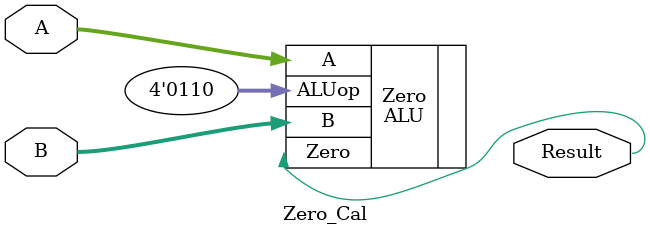
<source format=v>
/*
  ------------------------------------------------------------------------------
  --------------------------------------------------------------------------------
  Copyright (c) 2016, Loongson Technology Corporation Limited.

  All rights reserved.

  Redistribution and use in source and binary forms, with or without modification,
  are permitted provided that the following conditions are met:

  1. Redistributions of source code must retain the above copyright notice, this
  list of conditions and the following disclaimer.

  2. Redistributions in binary form must reproduce the above copyright notice,
  this list of conditions and the following disclaimer in the documentation and/or
  other materials provided with the distribution.

  3. Neither the name of Loongson Technology Corporation Limited nor the names of
  its contributors may be used to endorse or promote products derived from this
  software without specific prior written permission.

  THIS SOFTWARE IS PROVIDED BY THE COPYRIGHT HOLDERS AND CONTRIBUTORS "AS IS" AND
  ANY EXPRESS OR IMPLIED WARRANTIES, INCLUDING, BUT NOT LIMITED TO, THE IMPLIED
  WARRANTIES OF MERCHANTABILITY AND FITNESS FOR A PARTICULAR PURPOSE ARE
  DISCLAIMED. IN NO EVENT SHALL LOONGSON TECHNOLOGY CORPORATION LIMITED BE LIABLE
  TO ANY PARTY FOR DIRECT, INDIRECT, INCIDENTAL, SPECIAL, EXEMPLARY, OR
  CONSEQUENTIAL DAMAGES (INCLUDING, BUT NOT LIMITED TO, PROCUREMENT OF SUBSTITUTE
  GOODS OR SERVICES; LOSS OF USE, DATA, OR PROFITS; OR BUSINESS INTERRUPTION)
  HOWEVER CAUSED AND ON ANY THEORY OF LIABILITY, WHETHER IN CONTRACT, STRICT
  LIABILITY, OR TORT (INCLUDING NEGLIGENCE OR OTHERWISE) ARISING IN ANY WAY OUT OF
  THE USE OF THIS SOFTWARE, EVEN IF ADVISED OF THE POSSIBILITY OF SUCH DAMAGE.
  --------------------------------------------------------------------------------
  --------------------------------------------------------------------------------
 */

module decode_stage(
    input  wire                     clk,
    input  wire                     rst,
    // data passing from IF stage
    input  wire [31:0]       Inst_IF_ID,
    input  wire [31:0]         PC_IF_ID,
    input  wire [31:0]   PC_add_4_IF_ID,
    // interaction with the Register files
    output wire [ 4:0]     RegRaddr1_ID,
    output wire [ 4:0]     RegRaddr2_ID,
    input  wire [31:0]     RegRdata1_ID,
    input  wire [31:0]     RegRdata2_ID,
    // control signals passing to
    // PC caculate module
    input  wire [31:0]     ALUResult_EXE,
    input  wire [31:0]     ALUResult_MEM,
    input  wire [31:0]       RegWdata_WB,
    // regdata passed back
    input  wire [ 1:0]     RegRdata1_src,
    input  wire [ 1:0]     RegRdata2_src,
    input  wire             ID_EXE_Stall,
    // control signals from bypass module
    output wire                    JSrc,
    output wire [ 1:0]            PCSrc,
    // data passing to PC calculate module
    output wire [31:0]      J_target_ID,
    output wire [31:0]     JR_target_ID,
    output wire [31:0]     Br_target_ID,
    // control signals passing to EXE stage
    output reg  [ 1:0]   ALUSrcA_ID_EXE,
    output reg  [ 1:0]   ALUSrcB_ID_EXE,
    output reg  [ 3:0]     ALUop_ID_EXE,
    output reg  [ 3:0]  RegWrite_ID_EXE,
    output reg  [ 3:0]  MemWrite_ID_EXE,
    output reg             MemEn_ID_EXE,
    output reg          MemToReg_ID_EXE,
    // data transfering to EXE stage
    output reg  [ 4:0]  RegWaddr_ID_EXE,
    output reg  [31:0]  PC_add_4_ID_EXE,
    output reg  [31:0]        PC_ID_EXE,
    output reg  [31:0] RegRdata1_ID_EXE,
    output reg  [31:0] RegRdata2_ID_EXE,
    output reg  [31:0]        Sa_ID_EXE,
    output reg  [31:0] SgnExtend_ID_EXE,
    output reg  [31:0]   ZExtend_ID_EXE,

    output wire           is_rs_read_ID,
    output wire           is_rt_read_ID
  );

// `ifndef SIMU_DEBUG
// reg  [31:0] de_inst;        //instr code @decode stage
// `endif
    wire                 Zero_ID;
    wire             MemToReg_ID;
    wire                 JSrc_ID;
    wire [ 1:0]         MemEn_ID;
    wire [ 1:0]       ALUSrcA_ID;
    wire [ 1:0]       ALUSrcB_ID;
    wire [ 1:0]        RegDst_ID;
    wire [ 1:0]         PCSrc_ID;
    wire [ 3:0]         ALUop_ID;
    wire [ 3:0]      MemWrite_ID;
    wire [ 3:0]      RegWrite_ID;
    wire [31:0]     SgnExtend_ID;
    wire [31:0]       ZExtend_ID;
    wire [31:0] SgnExtend_LF2_ID;
    wire [31:0]      PC_add_4_ID;
    wire [31:0]            Sa_ID;
    wire [31:0]            PC_ID;
    wire [ 4:0]      RegWaddr_ID;

    // Bypassed regdata
    wire [31:0]  RegRdata1_Final_ID;
    wire [31:0]  RegRdata2_Final_ID;

    // temp, intend to remember easily
    wire [ 4:0]       rs,rt,rd,sa;
    assign rs = Inst_IF_ID[25:21];
    assign rt = Inst_IF_ID[20:16];
    assign rd = Inst_IF_ID[15:11];
    assign sa = Inst_IF_ID[10: 6];

    // interaction with Register files
    // tell read address to Register files
    assign RegRaddr1_ID = Inst_IF_ID[25:21];
    assign RegRaddr2_ID = Inst_IF_ID[20:16];

    // datapath
    assign SgnExtend_ID     = {{16{Inst_IF_ID[15]}},Inst_IF_ID[15:0]};
    assign   ZExtend_ID     = {{16'd0},Inst_IF_ID[15:0]};
    assign Sa_ID            = {{27{1'b0}}, Inst_IF_ID[10: 6]};
    assign SgnExtend_LF2_ID = SgnExtend_ID << 2;

    // signals passing to PC calculate module
    assign JSrc  =  JSrc_ID;
    assign PCSrc = PCSrc_ID;

    // data passing to PC calculate module
    assign  PC_add_4_ID = PC_add_4_IF_ID;
    assign  J_target_ID = {{PC_IF_ID[31:28]},{Inst_IF_ID[25:0]},{2'b00}};
    assign JR_target_ID =   RegRdata1_Final_ID;
    assign        PC_ID =       PC_add_4_IF_ID;

    Adder Branch_addr_Adder(
        .A         (      PC_add_4_ID),
        .B         ( SgnExtend_LF2_ID),
        .Result    (     Br_target_ID)
    );

    always @(posedge clk) begin
        if (~ID_EXE_Stall) begin
            // control signals passing to EXE stage
               MemEn_ID_EXE <=             MemEn_ID;
            MemToReg_ID_EXE <=          MemToReg_ID;
               ALUop_ID_EXE <=             ALUop_ID;
            RegWrite_ID_EXE <=          RegWrite_ID;
            MemWrite_ID_EXE <=          MemWrite_ID;
             ALUSrcA_ID_EXE <=           ALUSrcA_ID;
             ALUSrcB_ID_EXE <=           ALUSrcB_ID;
            RegWaddr_ID_EXE <=          RegWaddr_ID;
                  Sa_ID_EXE <=                Sa_ID;
                  PC_ID_EXE <=             PC_IF_ID;
            PC_add_4_ID_EXE <=       PC_add_4_IF_ID;
           RegRdata1_ID_EXE <=   RegRdata1_Final_ID;
           RegRdata2_ID_EXE <=   RegRdata2_Final_ID;
           SgnExtend_ID_EXE <=         SgnExtend_ID;
             ZExtend_ID_EXE <=           ZExtend_ID;
        end
        else begin
          {MemEn_ID_EXE, MemToReg_ID_EXE, ALUop_ID_EXE, RegWrite_ID_EXE,
           MemWrite_ID_EXE, ALUSrcA_ID_EXE, ALUSrcB_ID_EXE,RegWaddr_ID_EXE,
           Sa_ID_EXE, PC_ID_EXE, PC_add_4_ID_EXE, RegRdata1_ID_EXE,
           RegRdata2_ID_EXE, SgnExtend_ID_EXE, ZExtend_ID_EXE} <= 'd0;
        end
    end

    Zero_Cal Branch_Determination(
        .A         (     RegRdata1_Final_ID),
        .B         (     RegRdata2_Final_ID),
        .Result    (                Zero_ID)
    );
    Control_Unit Control(
        .rst       (              rst),
        .zero      (          Zero_ID),
        .op        (Inst_IF_ID[31:26]),
        .func      (Inst_IF_ID[ 5: 0]),
        .MemEn     (         MemEn_ID),
        .JSrc      (          JSrc_ID),
        .MemToReg  (      MemToReg_ID),
        .ALUop     (         ALUop_ID),
        .PCSrc     (         PCSrc_ID),
        .RegDst    (        RegDst_ID),
        .RegWrite  (      RegWrite_ID),
        .MemWrite  (      MemWrite_ID),
        .ALUSrcA   (       ALUSrcA_ID),
        .ALUSrcB   (       ALUSrcB_ID),
        .is_rs_read(    is_rs_read_ID),
        .is_rt_read(    is_rt_read_ID)
    );
    MUX_4_32 RegRdata1_MUX(
        .Src1      (      RegRdata1_ID),
        .Src2      (     ALUResult_EXE),
        .Src3      (     ALUResult_MEM),
        .Src4      (       RegWdata_WB),
        .op        (     RegRdata1_src),
        .Result    (RegRdata1_Final_ID)
    );
    MUX_4_32 RegRdata2_MUX(
        .Src1      (      RegRdata2_ID),
        .Src2      (     ALUResult_EXE),
        .Src3      (     ALUResult_MEM),
        .Src4      (       RegWdata_WB),
        .op        (     RegRdata2_src),
        .Result    (RegRdata2_Final_ID)
    );
    MUX_3_5 RegWaddr_MUX(
        .Src1   (           rt),
        .Src2   (           rd),
        .Src3   (     5'b11111),
        .op     (    RegDst_ID),
        .Result (  RegWaddr_ID)
    );
endmodule //decode_stage

module Zero_Cal(
    input [31:0] A,
    input [31:0] B,
    output       Result
);
    ALU Zero(
        .A     (      A),
        .B     (      B),
        .ALUop (4'b0110),   //SUB
        .Zero  ( Result)
    );
endmodule

</source>
